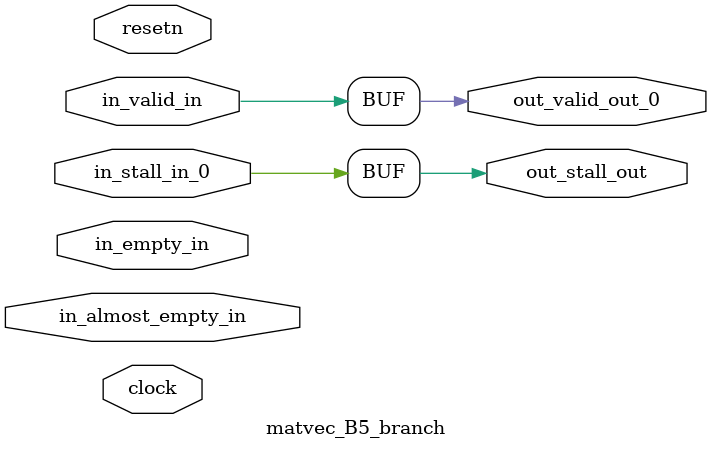
<source format=sv>



(* altera_attribute = "-name AUTO_SHIFT_REGISTER_RECOGNITION OFF; -name MESSAGE_DISABLE 10036; -name MESSAGE_DISABLE 10037; -name MESSAGE_DISABLE 14130; -name MESSAGE_DISABLE 14320; -name MESSAGE_DISABLE 15400; -name MESSAGE_DISABLE 14130; -name MESSAGE_DISABLE 10036; -name MESSAGE_DISABLE 12020; -name MESSAGE_DISABLE 12030; -name MESSAGE_DISABLE 12010; -name MESSAGE_DISABLE 12110; -name MESSAGE_DISABLE 14320; -name MESSAGE_DISABLE 13410; -name MESSAGE_DISABLE 113007; -name MESSAGE_DISABLE 10958" *)
module matvec_B5_branch (
    input wire [0:0] in_almost_empty_in,
    input wire [0:0] in_empty_in,
    input wire [0:0] in_stall_in_0,
    input wire [0:0] in_valid_in,
    output wire [0:0] out_stall_out,
    output wire [0:0] out_valid_out_0,
    input wire clock,
    input wire resetn
    );

    reg [0:0] rst_sync_rst_sclrn;


    // out_stall_out(GPOUT,6)
    assign out_stall_out = in_stall_in_0;

    // out_valid_out_0(GPOUT,7)
    assign out_valid_out_0 = in_valid_in;

    // rst_sync(RESETSYNC,8)
    acl_reset_handler #(
        .ASYNC_RESET(0),
        .USE_SYNCHRONIZER(1),
        .PULSE_EXTENSION(0),
        .PIPE_DEPTH(3),
        .DUPLICATE(1)
    ) therst_sync (
        .clk(clock),
        .i_resetn(resetn),
        .o_sclrn(rst_sync_rst_sclrn)
    );

endmodule

</source>
